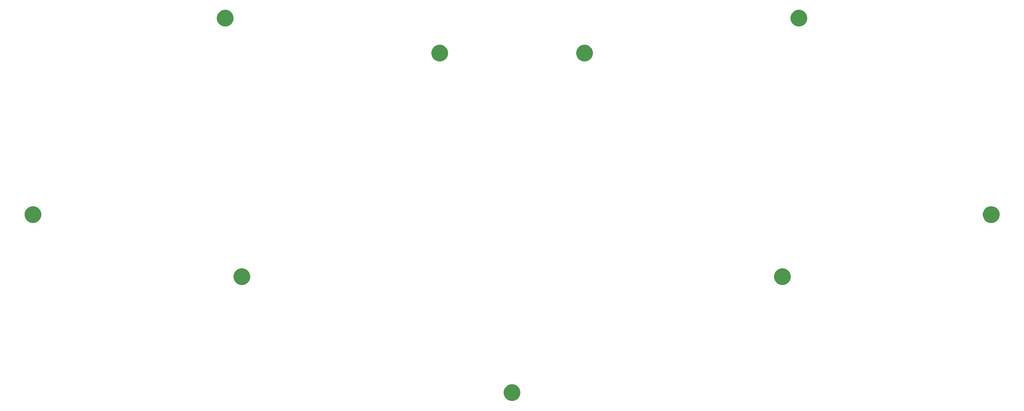
<source format=gbr>
G04 #@! TF.GenerationSoftware,KiCad,Pcbnew,5.1.5-52549c5~86~ubuntu18.04.1*
G04 #@! TF.CreationDate,2020-04-24T00:39:49+02:00*
G04 #@! TF.ProjectId,plate,706c6174-652e-46b6-9963-61645f706362,rev?*
G04 #@! TF.SameCoordinates,Original*
G04 #@! TF.FileFunction,Soldermask,Top*
G04 #@! TF.FilePolarity,Negative*
%FSLAX46Y46*%
G04 Gerber Fmt 4.6, Leading zero omitted, Abs format (unit mm)*
G04 Created by KiCad (PCBNEW 5.1.5-52549c5~86~ubuntu18.04.1) date 2020-04-24 00:39:49*
%MOMM*%
%LPD*%
G04 APERTURE LIST*
%ADD10C,0.100000*%
G04 APERTURE END LIST*
D10*
G36*
X149858680Y-123428276D02*
G01*
X150239393Y-123504004D01*
X150649049Y-123673689D01*
X151017729Y-123920034D01*
X151331266Y-124233571D01*
X151577611Y-124602251D01*
X151747296Y-125011907D01*
X151833800Y-125446796D01*
X151833800Y-125890204D01*
X151747296Y-126325093D01*
X151577611Y-126734749D01*
X151331266Y-127103429D01*
X151017729Y-127416966D01*
X150649049Y-127663311D01*
X150239393Y-127832996D01*
X149858680Y-127908724D01*
X149804505Y-127919500D01*
X149361095Y-127919500D01*
X149306920Y-127908724D01*
X148926207Y-127832996D01*
X148516551Y-127663311D01*
X148147871Y-127416966D01*
X147834334Y-127103429D01*
X147587989Y-126734749D01*
X147418304Y-126325093D01*
X147331800Y-125890204D01*
X147331800Y-125446796D01*
X147418304Y-125011907D01*
X147587989Y-124602251D01*
X147834334Y-124233571D01*
X148147871Y-123920034D01*
X148516551Y-123673689D01*
X148926207Y-123504004D01*
X149306920Y-123428276D01*
X149361095Y-123417500D01*
X149804505Y-123417500D01*
X149858680Y-123428276D01*
G37*
G36*
X222378680Y-92238276D02*
G01*
X222759393Y-92314004D01*
X223169049Y-92483689D01*
X223537729Y-92730034D01*
X223851266Y-93043571D01*
X224097611Y-93412251D01*
X224267296Y-93821907D01*
X224353800Y-94256796D01*
X224353800Y-94700204D01*
X224267296Y-95135093D01*
X224097611Y-95544749D01*
X223851266Y-95913429D01*
X223537729Y-96226966D01*
X223169049Y-96473311D01*
X222759393Y-96642996D01*
X222378680Y-96718724D01*
X222324505Y-96729500D01*
X221881095Y-96729500D01*
X221826920Y-96718724D01*
X221446207Y-96642996D01*
X221036551Y-96473311D01*
X220667871Y-96226966D01*
X220354334Y-95913429D01*
X220107989Y-95544749D01*
X219938304Y-95135093D01*
X219851800Y-94700204D01*
X219851800Y-94256796D01*
X219938304Y-93821907D01*
X220107989Y-93412251D01*
X220354334Y-93043571D01*
X220667871Y-92730034D01*
X221036551Y-92483689D01*
X221446207Y-92314004D01*
X221826920Y-92238276D01*
X221881095Y-92227500D01*
X222324505Y-92227500D01*
X222378680Y-92238276D01*
G37*
G36*
X77338680Y-92238276D02*
G01*
X77719393Y-92314004D01*
X78129049Y-92483689D01*
X78497729Y-92730034D01*
X78811266Y-93043571D01*
X79057611Y-93412251D01*
X79227296Y-93821907D01*
X79313800Y-94256796D01*
X79313800Y-94700204D01*
X79227296Y-95135093D01*
X79057611Y-95544749D01*
X78811266Y-95913429D01*
X78497729Y-96226966D01*
X78129049Y-96473311D01*
X77719393Y-96642996D01*
X77338680Y-96718724D01*
X77284505Y-96729500D01*
X76841095Y-96729500D01*
X76786920Y-96718724D01*
X76406207Y-96642996D01*
X75996551Y-96473311D01*
X75627871Y-96226966D01*
X75314334Y-95913429D01*
X75067989Y-95544749D01*
X74898304Y-95135093D01*
X74811800Y-94700204D01*
X74811800Y-94256796D01*
X74898304Y-93821907D01*
X75067989Y-93412251D01*
X75314334Y-93043571D01*
X75627871Y-92730034D01*
X75996551Y-92483689D01*
X76406207Y-92314004D01*
X76786920Y-92238276D01*
X76841095Y-92227500D01*
X77284505Y-92227500D01*
X77338680Y-92238276D01*
G37*
G36*
X278408680Y-75538276D02*
G01*
X278789393Y-75614004D01*
X279199049Y-75783689D01*
X279567729Y-76030034D01*
X279881266Y-76343571D01*
X280127611Y-76712251D01*
X280297296Y-77121907D01*
X280383800Y-77556796D01*
X280383800Y-78000204D01*
X280297296Y-78435093D01*
X280127611Y-78844749D01*
X279881266Y-79213429D01*
X279567729Y-79526966D01*
X279199049Y-79773311D01*
X278789393Y-79942996D01*
X278408680Y-80018724D01*
X278354505Y-80029500D01*
X277911095Y-80029500D01*
X277856920Y-80018724D01*
X277476207Y-79942996D01*
X277066551Y-79773311D01*
X276697871Y-79526966D01*
X276384334Y-79213429D01*
X276137989Y-78844749D01*
X275968304Y-78435093D01*
X275881800Y-78000204D01*
X275881800Y-77556796D01*
X275968304Y-77121907D01*
X276137989Y-76712251D01*
X276384334Y-76343571D01*
X276697871Y-76030034D01*
X277066551Y-75783689D01*
X277476207Y-75614004D01*
X277856920Y-75538276D01*
X277911095Y-75527500D01*
X278354505Y-75527500D01*
X278408680Y-75538276D01*
G37*
G36*
X21308680Y-75538276D02*
G01*
X21689393Y-75614004D01*
X22099049Y-75783689D01*
X22467729Y-76030034D01*
X22781266Y-76343571D01*
X23027611Y-76712251D01*
X23197296Y-77121907D01*
X23283800Y-77556796D01*
X23283800Y-78000204D01*
X23197296Y-78435093D01*
X23027611Y-78844749D01*
X22781266Y-79213429D01*
X22467729Y-79526966D01*
X22099049Y-79773311D01*
X21689393Y-79942996D01*
X21308680Y-80018724D01*
X21254505Y-80029500D01*
X20811095Y-80029500D01*
X20756920Y-80018724D01*
X20376207Y-79942996D01*
X19966551Y-79773311D01*
X19597871Y-79526966D01*
X19284334Y-79213429D01*
X19037989Y-78844749D01*
X18868304Y-78435093D01*
X18781800Y-78000204D01*
X18781800Y-77556796D01*
X18868304Y-77121907D01*
X19037989Y-76712251D01*
X19284334Y-76343571D01*
X19597871Y-76030034D01*
X19966551Y-75783689D01*
X20376207Y-75614004D01*
X20756920Y-75538276D01*
X20811095Y-75527500D01*
X21254505Y-75527500D01*
X21308680Y-75538276D01*
G37*
G36*
X130428680Y-32158276D02*
G01*
X130809393Y-32234004D01*
X131219049Y-32403689D01*
X131587729Y-32650034D01*
X131901266Y-32963571D01*
X132147611Y-33332251D01*
X132317296Y-33741907D01*
X132403800Y-34176796D01*
X132403800Y-34620204D01*
X132317296Y-35055093D01*
X132147611Y-35464749D01*
X131901266Y-35833429D01*
X131587729Y-36146966D01*
X131219049Y-36393311D01*
X130809393Y-36562996D01*
X130428680Y-36638724D01*
X130374505Y-36649500D01*
X129931095Y-36649500D01*
X129876920Y-36638724D01*
X129496207Y-36562996D01*
X129086551Y-36393311D01*
X128717871Y-36146966D01*
X128404334Y-35833429D01*
X128157989Y-35464749D01*
X127988304Y-35055093D01*
X127901800Y-34620204D01*
X127901800Y-34176796D01*
X127988304Y-33741907D01*
X128157989Y-33332251D01*
X128404334Y-32963571D01*
X128717871Y-32650034D01*
X129086551Y-32403689D01*
X129496207Y-32234004D01*
X129876920Y-32158276D01*
X129931095Y-32147500D01*
X130374505Y-32147500D01*
X130428680Y-32158276D01*
G37*
G36*
X169288680Y-32158276D02*
G01*
X169669393Y-32234004D01*
X170079049Y-32403689D01*
X170447729Y-32650034D01*
X170761266Y-32963571D01*
X171007611Y-33332251D01*
X171177296Y-33741907D01*
X171263800Y-34176796D01*
X171263800Y-34620204D01*
X171177296Y-35055093D01*
X171007611Y-35464749D01*
X170761266Y-35833429D01*
X170447729Y-36146966D01*
X170079049Y-36393311D01*
X169669393Y-36562996D01*
X169288680Y-36638724D01*
X169234505Y-36649500D01*
X168791095Y-36649500D01*
X168736920Y-36638724D01*
X168356207Y-36562996D01*
X167946551Y-36393311D01*
X167577871Y-36146966D01*
X167264334Y-35833429D01*
X167017989Y-35464749D01*
X166848304Y-35055093D01*
X166761800Y-34620204D01*
X166761800Y-34176796D01*
X166848304Y-33741907D01*
X167017989Y-33332251D01*
X167264334Y-32963571D01*
X167577871Y-32650034D01*
X167946551Y-32403689D01*
X168356207Y-32234004D01*
X168736920Y-32158276D01*
X168791095Y-32147500D01*
X169234505Y-32147500D01*
X169288680Y-32158276D01*
G37*
G36*
X72898680Y-22768276D02*
G01*
X73279393Y-22844004D01*
X73689049Y-23013689D01*
X74057729Y-23260034D01*
X74371266Y-23573571D01*
X74617611Y-23942251D01*
X74787296Y-24351907D01*
X74873800Y-24786796D01*
X74873800Y-25230204D01*
X74787296Y-25665093D01*
X74617611Y-26074749D01*
X74371266Y-26443429D01*
X74057729Y-26756966D01*
X73689049Y-27003311D01*
X73279393Y-27172996D01*
X72898680Y-27248724D01*
X72844505Y-27259500D01*
X72401095Y-27259500D01*
X72346920Y-27248724D01*
X71966207Y-27172996D01*
X71556551Y-27003311D01*
X71187871Y-26756966D01*
X70874334Y-26443429D01*
X70627989Y-26074749D01*
X70458304Y-25665093D01*
X70371800Y-25230204D01*
X70371800Y-24786796D01*
X70458304Y-24351907D01*
X70627989Y-23942251D01*
X70874334Y-23573571D01*
X71187871Y-23260034D01*
X71556551Y-23013689D01*
X71966207Y-22844004D01*
X72346920Y-22768276D01*
X72401095Y-22757500D01*
X72844505Y-22757500D01*
X72898680Y-22768276D01*
G37*
G36*
X226818680Y-22768276D02*
G01*
X227199393Y-22844004D01*
X227609049Y-23013689D01*
X227977729Y-23260034D01*
X228291266Y-23573571D01*
X228537611Y-23942251D01*
X228707296Y-24351907D01*
X228793800Y-24786796D01*
X228793800Y-25230204D01*
X228707296Y-25665093D01*
X228537611Y-26074749D01*
X228291266Y-26443429D01*
X227977729Y-26756966D01*
X227609049Y-27003311D01*
X227199393Y-27172996D01*
X226818680Y-27248724D01*
X226764505Y-27259500D01*
X226321095Y-27259500D01*
X226266920Y-27248724D01*
X225886207Y-27172996D01*
X225476551Y-27003311D01*
X225107871Y-26756966D01*
X224794334Y-26443429D01*
X224547989Y-26074749D01*
X224378304Y-25665093D01*
X224291800Y-25230204D01*
X224291800Y-24786796D01*
X224378304Y-24351907D01*
X224547989Y-23942251D01*
X224794334Y-23573571D01*
X225107871Y-23260034D01*
X225476551Y-23013689D01*
X225886207Y-22844004D01*
X226266920Y-22768276D01*
X226321095Y-22757500D01*
X226764505Y-22757500D01*
X226818680Y-22768276D01*
G37*
M02*

</source>
